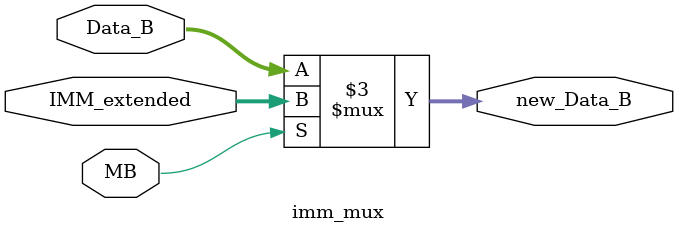
<source format=v>
`ifndef _IMM_MUX_V_
`define _IMM_MUX_V_

module imm_mux (
	input [7:0] Data_B,
	input [7:0] IMM_extended,
	input MB,
	output reg [7:0] new_Data_B
);

always @ (*) begin
	if (MB) new_Data_B = IMM_extended;
	else new_Data_B = Data_B;
end

endmodule

`endif /* _IMM_MUX_V_ */
</source>
